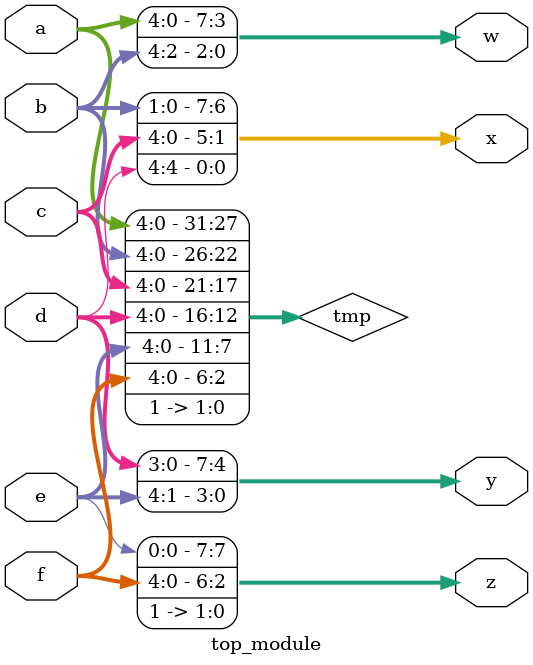
<source format=v>
module top_module (
    input [4:0] a, b, c, d, e, f,
    output [7:0] w, x, y, z );
    wire [31:0] tmp;
    assign tmp[31:0] = {a, b, c, d, e, f, 2'b11};
    assign w[7:0] = tmp[31:24];
    assign x[7:0] = tmp[23:16];
    assign y[7:0] = tmp[15:8];
    assign z[7:0] = tmp[7:0];
endmodule

</source>
